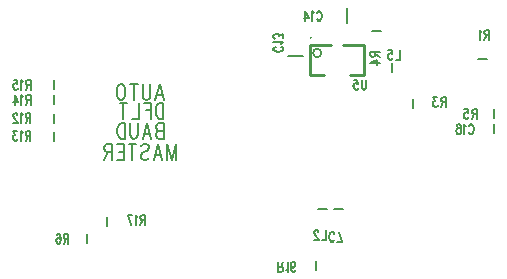
<source format=gbo>
*
*
G04 PADS 9.3.1 Build Number: 456998 generated Gerber (RS-274-X) file*
G04 PC Version=2.1*
*
%IN "air_ssi_rev2_1.pcb"*%
*
%MOIN*%
*
%FSLAX35Y35*%
*
*
*
*
G04 PC Standard Apertures*
*
*
G04 Thermal Relief Aperture macro.*
%AMTER*
1,1,$1,0,0*
1,0,$1-$2,0,0*
21,0,$3,$4,0,0,45*
21,0,$3,$4,0,0,135*
%
*
*
G04 Annular Aperture macro.*
%AMANN*
1,1,$1,0,0*
1,0,$2,0,0*
%
*
*
G04 Odd Aperture macro.*
%AMODD*
1,1,$1,0,0*
1,0,$1-0.005,0,0*
%
*
*
G04 PC Custom Aperture Macros*
*
*
*
*
*
*
G04 PC Aperture Table*
*
%ADD010C,0.001*%
%ADD019C,0.01*%
%ADD020C,0.008*%
%ADD021C,0.00787*%
%ADD046C,0.005*%
*
*
*
*
G04 PC Circuitry*
G04 Layer Name air_ssi_rev2_1.pcb - circuitry*
%LPD*%
*
*
G04 PC Custom Flashes*
G04 Layer Name air_ssi_rev2_1.pcb - flashes*
%LPD*%
*
*
G04 PC Circuitry*
G04 Layer Name air_ssi_rev2_1.pcb - circuitry*
%LPD*%
*
G54D10*
G54D19*
G01X216575Y173408D02*
X211850D01*
Y183644*
X218937*
X222874D02*
X229961D01*
Y173408*
X225236*
G54D20*
X162900Y164250D02*
Y159000D01*
Y164250D02*
X161627D01*
X161082Y164000*
X160718Y163500*
X160536Y163000*
X160355Y162250*
Y161000*
X160536Y160250*
X160718Y159750*
X161082Y159250*
X161627Y159000*
X162900*
X158718Y164250D02*
Y159000D01*
Y164250D02*
X156355D01*
X158718Y161750D02*
X157264D01*
X154718Y164250D02*
Y159000D01*
X152536*
X149627Y164250D02*
Y159000D01*
X150900Y164250D02*
X148355D01*
X167200Y150550D02*
Y145300D01*
Y150550D02*
X165745Y145300D01*
X164291Y150550D02*
X165745Y145300D01*
X164291Y150550D02*
Y145300D01*
X161200Y150550D02*
X162655Y145300D01*
X161200Y150550D02*
X159745Y145300D01*
X162109Y147050D02*
X160291D01*
X155564Y149800D02*
X155927Y150300D01*
X156473Y150550*
X157200*
X157745Y150300*
X158109Y149800*
Y149300*
X157927Y148800*
X157745Y148550*
X157382Y148300*
X156291Y147800*
X155927Y147550*
X155745Y147300*
X155564Y146800*
Y146050*
X155927Y145550*
X156473Y145300*
X157200*
X157745Y145550*
X158109Y146050*
X152655Y150550D02*
Y145300D01*
X153927Y150550D02*
X151382D01*
X149745D02*
Y145300D01*
Y150550D02*
X147382D01*
X149745Y148050D02*
X148291D01*
X149745Y145300D02*
X147382D01*
X145745Y150550D02*
Y145300D01*
Y150550D02*
X144109D01*
X143564Y150300*
X143382Y150050*
X143200Y149550*
Y149050*
X143382Y148550*
X143564Y148300*
X144109Y148050*
X145745*
X144473D02*
X143200Y145300D01*
X161745Y170550D02*
X163200Y165300D01*
X161745Y170550D02*
X160291Y165300D01*
X162655Y167050D02*
X160836D01*
X158655Y170550D02*
Y166800D01*
X158473Y166050*
X158109Y165550*
X157564Y165300*
X157200*
X156655Y165550*
X156291Y166050*
X156109Y166800*
Y170550*
X153200D02*
Y165300D01*
X154473Y170550D02*
X151927D01*
X149200D02*
X149564Y170300D01*
X149927Y169800*
X150109Y169300*
X150291Y168550*
Y167300*
X150109Y166550*
X149927Y166050*
X149564Y165550*
X149200Y165300*
X148473*
X148109Y165550*
X147745Y166050*
X147564Y166550*
X147382Y167300*
Y168550*
X147564Y169300*
X147745Y169800*
X148109Y170300*
X148473Y170550*
X149200*
X163100Y157550D02*
Y152300D01*
Y157550D02*
X161464D01*
X160918Y157300*
X160736Y157050*
X160555Y156550*
Y156050*
X160736Y155550*
X160918Y155300*
X161464Y155050*
X163100D02*
X161464D01*
X160918Y154800*
X160736Y154550*
X160555Y154050*
Y153300*
X160736Y152800*
X160918Y152550*
X161464Y152300*
X163100*
X157464Y157550D02*
X158918Y152300D01*
X157464Y157550D02*
X156009Y152300D01*
X158373Y154050D02*
X156555D01*
X154373Y157550D02*
Y153800D01*
X154191Y153050*
X153827Y152550*
X153282Y152300*
X152918*
X152373Y152550*
X152009Y153050*
X151827Y153800*
Y157550*
X150191D02*
Y152300D01*
Y157550D02*
X148918D01*
X148373Y157300*
X148009Y156800*
X147827Y156300*
X147645Y155550*
Y154300*
X147827Y153550*
X148009Y153050*
X148373Y152550*
X148918Y152300*
X150191*
G54D21*
X219800Y128861D02*
X222800D01*
X137539Y117700D02*
Y120700D01*
X267700Y178761D02*
X270700D01*
X246061Y165500D02*
Y162500D01*
X212044Y186006D02*
G75*
G03X212044I-194J0D01*
G01X215591Y180888D02*
G03X215591I-1378J0D01*
G01X239039Y174500D02*
Y177500D01*
X232500Y188361D02*
X235500D01*
X273239Y159100D02*
Y162100D01*
X273161Y157100D02*
Y154100D01*
X217400Y128839D02*
X214400D01*
X126561Y160600D02*
Y157600D01*
Y154500D02*
Y151500D01*
X126461Y166800D02*
Y163800D01*
Y171800D02*
Y168800D01*
X204500Y180000D02*
X209500D01*
X224000Y190900D02*
Y195900D01*
X213739Y108700D02*
Y111700D01*
X144261Y126100D02*
Y123100D01*
G54D46*
X219938Y118714D02*
X219824Y118401D01*
X219597Y118089*
X219370Y117932*
X218915*
X218688Y118089*
X218461Y118401*
X218347Y118714*
X218234Y119182*
Y119964*
X218347Y120432*
X218461Y120745*
X218688Y121057*
X218915Y121214*
X219370*
X219597Y121057*
X219824Y120745*
X219938Y120432*
X222552Y117932D02*
X221415Y121214D01*
X220961Y117932D02*
X222552D01*
X131318Y120588D02*
Y117306D01*
Y120588D02*
X130295D01*
X130295D02*
X129955Y120431D01*
X129841Y120275*
X129727Y119963*
X129727D02*
Y119650D01*
X129841Y119338*
X129841D02*
X129955Y119181D01*
X130295Y119025*
X131318*
X130523D02*
X129727Y117306D01*
X127341Y120119D02*
X127455Y120431D01*
X127795Y120588*
X127795D02*
X128023D01*
X128023D02*
X128364Y120431D01*
X128591Y119963*
X128591D02*
X128705Y119181D01*
Y118400*
X128591Y117775*
X128364Y117463*
X128364D02*
X128023Y117306D01*
X127909*
X127568Y117463*
X127568D02*
X127341Y117775D01*
X127227Y118244*
Y118400*
X127341Y118869*
X127568Y119181*
X127909Y119338*
X127909D02*
X128023D01*
X128023D02*
X128364Y119181D01*
X128591Y118869*
X128705Y118400*
X271543Y188463D02*
Y185182D01*
Y188463D02*
X270520D01*
X270179Y188307*
X270065Y188151*
X269952Y187838*
Y187526*
X270065Y187213*
X270179Y187057*
X270520Y186901*
X271543*
X270747D02*
X269952Y185182D01*
X268929Y187838D02*
X268702Y187994D01*
X268361Y188463*
Y185182*
X257059Y166181D02*
Y162900D01*
Y166181D02*
X256036D01*
X255695Y166025*
X255582Y165869*
X255468Y165556*
Y165244*
X255582Y164931*
X255695Y164775*
X256036Y164619*
X257059*
X256264D02*
X255468Y162900D01*
X254218Y166181D02*
X252968D01*
X253650Y164931*
X253309*
X253082Y164775*
X252968Y164619*
X252855Y164150*
Y163838*
X252855D02*
X252968Y163369D01*
X253195Y163056*
X253536Y162900*
X253877*
X254218Y163056*
X254332Y163213*
X254332D02*
X254445Y163525D01*
X230594Y171895D02*
Y169551D01*
X230480Y169082*
X230253Y168770*
X229912Y168614*
X229685*
X229344Y168770*
X229116Y169082*
X229003Y169551*
Y171895*
X226503D02*
X227639D01*
X227753Y170489*
X227639Y170645*
X227298Y170801*
X226957*
X226616Y170645*
X226389Y170332*
X226276Y169864*
X226389Y169551*
X226503Y169082*
X226730Y168770*
X227071Y168614*
X227412*
X227753Y168770*
X227866Y168926*
X227980Y169239*
X241773Y181875D02*
Y178594D01*
X240409*
X237909Y181875D02*
X239045D01*
X239159Y180469*
X239045Y180625*
X238705Y180781*
X238364*
X238023Y180625*
X237795Y180313*
X237795D02*
X237682Y179844D01*
X237795Y179531*
X237909Y179063*
X237909D02*
X238136Y178750D01*
X238477Y178594*
X238818*
X239159Y178750*
X239273Y178906*
X239386Y179219*
X231925Y181286D02*
X235206D01*
X231925D02*
Y180264D01*
X232081Y179923*
X232237Y179809*
X232237D02*
X232550Y179695D01*
X232862*
X232862D02*
X233175Y179809D01*
X233331Y179923*
X233487Y180264*
X233487D02*
Y181286D01*
Y180491D02*
X235206Y179695D01*
X231925Y177536D02*
X234112Y178673D01*
X234112D02*
Y176968D01*
X231925Y177536D02*
X235206D01*
X267359Y162188D02*
Y158906D01*
Y162188D02*
X266336D01*
X266336D02*
X265995Y162031D01*
X265882Y161875*
X265768Y161563*
X265768D02*
Y161250D01*
X265882Y160938*
X265882D02*
X265995Y160781D01*
X266336Y160625*
X267359*
X266564D02*
X265768Y158906D01*
X263268Y162188D02*
X264405D01*
X264405D02*
X264518Y160781D01*
X264405Y160938*
X264405D02*
X264064Y161094D01*
X263723*
X263382Y160938*
X263382D02*
X263155Y160625D01*
X263041Y160156*
X263155Y159844*
X263268Y159375*
X263495Y159063*
X263495D02*
X263836Y158906D01*
X264177*
X264518Y159063*
X264518D02*
X264632Y159219D01*
X264745Y159531*
X264720Y156394D02*
X264834Y156706D01*
X265061Y157019*
X265289Y157175*
X265743*
X265970Y157019*
X266198Y156706*
X266311Y156394*
X266425Y155925*
Y155144*
X266311Y154675*
X266198Y154363*
X266198D02*
X265970Y154050D01*
X265743Y153894*
X265289*
X265061Y154050*
X264834Y154363*
X264834D02*
X264720Y154675D01*
X263698Y156550D02*
X263470Y156706D01*
X263130Y157175*
Y153894*
X260743Y156706D02*
X260857Y157019D01*
X261198Y157175*
X261425*
X261766Y157019*
X261993Y156550*
X262107Y155769*
Y154988*
X262107D02*
X261993Y154363D01*
X261993D02*
X261766Y154050D01*
X261425Y153894*
X261311*
X260970Y154050*
X260743Y154363*
X260743D02*
X260630Y154831D01*
Y154988*
X260630D02*
X260743Y155456D01*
X260970Y155769*
X261311Y155925*
X261425*
X261766Y155769*
X261993Y155456*
X262107Y154988*
X217116Y121975D02*
Y118694D01*
X215752*
X214616Y121194D02*
Y121350D01*
X214502Y121663*
X214502D02*
X214389Y121819D01*
X214161Y121975*
X213707*
X213480Y121819*
X213366Y121663*
X213366D02*
X213252Y121350D01*
Y121038*
X213252D02*
X213366Y120725D01*
X213593Y120256*
X214730Y118694*
X213139*
X118625Y160875D02*
Y157594D01*
Y160875D02*
X117602D01*
X117261Y160719*
X117148Y160563*
X117148D02*
X117034Y160250D01*
Y159938*
X117034D02*
X117148Y159625D01*
X117261Y159469*
X117602Y159313*
X117602D02*
X118625D01*
X117830D02*
X117034Y157594D01*
X116011Y160250D02*
X115784Y160406D01*
X115443Y160875*
Y157594*
X114307Y160094D02*
Y160250D01*
X114193Y160563*
X114193D02*
X114080Y160719D01*
X113852Y160875*
X113398*
X113170Y160719*
X113057Y160563*
X113057D02*
X112943Y160250D01*
Y159938*
X112943D02*
X113057Y159625D01*
X113284Y159156*
X114420Y157594*
X112830*
X118625Y154875D02*
Y151594D01*
Y154875D02*
X117602D01*
X117261Y154719*
X117148Y154563*
X117148D02*
X117034Y154250D01*
Y153938*
X117034D02*
X117148Y153625D01*
X117261Y153469*
X117602Y153313*
X117602D02*
X118625D01*
X117830D02*
X117034Y151594D01*
X116011Y154250D02*
X115784Y154406D01*
X115443Y154875*
Y151594*
X114193Y154875D02*
X112943D01*
X113625Y153625*
X113284*
X113057Y153469*
X112943Y153313*
X112943D02*
X112830Y152844D01*
Y152531*
X112943Y152063*
X112943D02*
X113170Y151750D01*
X113511Y151594*
X113852*
X114193Y151750*
X114307Y151906*
X114420Y152219*
X118682Y166875D02*
Y163594D01*
Y166875D02*
X117659D01*
X117318Y166719*
X117205Y166563*
X117205D02*
X117091Y166250D01*
Y165938*
X117091D02*
X117205Y165625D01*
X117318Y165469*
X117659Y165313*
X117659D02*
X118682D01*
X117886D02*
X117091Y163594D01*
X116068Y166250D02*
X115841Y166406D01*
X115500Y166875*
Y163594*
X113341Y166875D02*
X114477Y164688D01*
X114477D02*
X112773D01*
X113341Y166875D02*
Y163594D01*
X118682Y171875D02*
Y168594D01*
Y171875D02*
X117659D01*
X117318Y171719*
X117205Y171563*
X117205D02*
X117091Y171250D01*
Y170938*
X117091D02*
X117205Y170625D01*
X117318Y170469*
X117659Y170313*
X117659D02*
X118682D01*
X117886D02*
X117091Y168594D01*
X116068Y171250D02*
X115841Y171406D01*
X115500Y171875*
Y168594*
X113000Y171875D02*
X114136D01*
X114250Y170469*
X114136Y170625*
X113795Y170781*
X113455*
X113114Y170625*
X112886Y170313*
X112886D02*
X112773Y169844D01*
X112886Y169531*
X113000Y169063*
X113000D02*
X113227Y168750D01*
X113568Y168594*
X113909*
X114250Y168750*
X114364Y168906*
X114477Y169219*
X202094Y183023D02*
X202406Y182909D01*
X202719Y182682*
X202875Y182455*
Y182000*
X202719Y181773*
X202406Y181545*
X202094Y181432*
X201625Y181318*
X200844*
X200375Y181432*
X200063Y181545*
X199750Y181773*
X199594Y182000*
Y182455*
X199750Y182682*
X200063Y182909*
X200375Y183023*
X202250Y184045D02*
X202406Y184273D01*
X202875Y184614*
X199594*
X202875Y185864D02*
Y187114D01*
X201625Y186432*
Y186773*
X201469Y187000*
X201313Y187114*
X200844Y187227*
X200531*
X200063Y187114*
X199750Y186886*
X199594Y186545*
Y186205*
X199750Y185864*
X199906Y185750*
X200219Y185636*
X214034Y194094D02*
X214148Y194406D01*
X214375Y194719*
X214602Y194875*
X215057*
X215284Y194719*
X215511Y194406*
X215625Y194094*
X215739Y193625*
Y192844*
X215625Y192375*
X215511Y192063*
X215284Y191750*
X215057Y191594*
X214602*
X214375Y191750*
X214148Y192063*
X214034Y192375*
X213011Y194250D02*
X212784Y194406D01*
X212443Y194875*
Y191594*
X210284Y194875D02*
X211420Y192688D01*
X209716*
X210284Y194875D02*
Y191594D01*
X201264Y108019D02*
Y111300D01*
Y108019D02*
X202286D01*
X202627Y108175*
X202741Y108331*
X202855Y108644*
Y108956*
X202741Y109269*
X202627Y109425*
X202286Y109581*
X201264*
X202059D02*
X202855Y111300D01*
X203877Y108644D02*
X204105Y108487D01*
X204105D02*
X204445Y108019D01*
Y111300*
X206832Y108487D02*
X206718Y108175D01*
X206377Y108019*
X206150*
X205809Y108175*
X205582Y108644*
X205468Y109425*
Y110206*
X205582Y110831*
X205809Y111144*
X206150Y111300*
X206264*
X206605Y111144*
X206832Y110831*
X206945Y110362*
X206945D02*
Y110206D01*
X206832Y109737*
X206832D02*
X206605Y109425D01*
X206264Y109269*
X206150*
X205809Y109425*
X205582Y109737*
X205582D02*
X205468Y110206D01*
X156850Y126781D02*
Y123500D01*
Y126781D02*
X155827D01*
X155486Y126625*
X155373Y126469*
X155259Y126156*
Y125844*
X155373Y125531*
X155486Y125375*
X155827Y125219*
X156850*
X156055D02*
X155259Y123500D01*
X154236Y126156D02*
X154009Y126313D01*
X154009D02*
X153668Y126781D01*
Y123500*
X151055Y126781D02*
X152191Y123500D01*
X152645Y126781D02*
X151055D01*
G74*
X0Y0D02*
M02*

</source>
